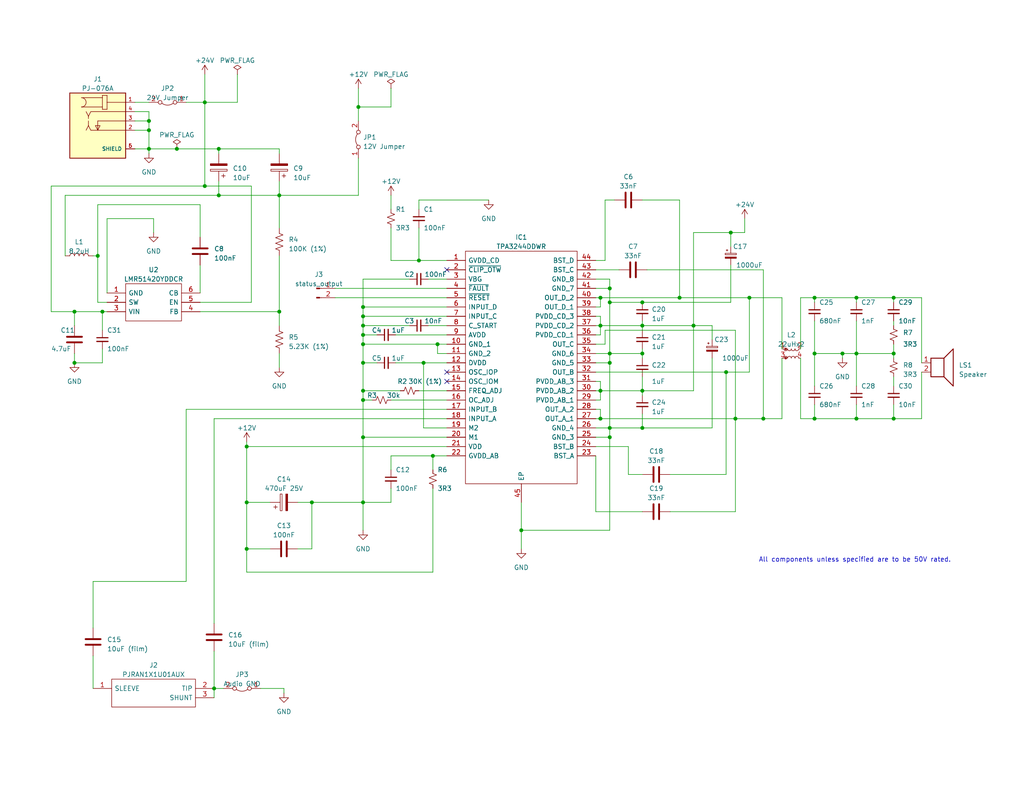
<source format=kicad_sch>
(kicad_sch (version 20230121) (generator eeschema)
  (paper "A")
  (lib_symbols
    (symbol "Connector:Conn_01x02_Pin" (pin_names (offset 1.016) hide)
      (property "Reference" "J" (at 0 2.54 0))
      (property "Value" "Conn_01x02_Pin" (at 0 -5.08 0))
      (symbol "Conn_01x02_Pin_1_1"
        (polyline (pts (xy 1.27 -2.54) (xy 0.8636 -2.54)) (stroke (width 0.1524)))
        (polyline (pts (xy 1.27 0) (xy 0.8636 0)) (stroke (width 0.1524)))
        (rectangle (start 0.8636 -2.413) (end 0 -2.667) (stroke (width 0.1524)) (fill (type outline)))
        (rectangle (start 0.8636 0.127) (end 0 -0.127) (stroke (width 0.1524)) (fill (type outline)))
        (pin passive line (at 5.08 0 180) (length 3.81) (name "Pin_1") (number "1"))
        (pin passive line (at 5.08 -2.54 180) (length 3.81) (name "Pin_2") (number "2"))
      )
    )
    (symbol "Device:C" (pin_numbers hide) (pin_names (offset 0.254))
      (property "Reference" "C" (at 0.635 2.54 0))
      (property "Value" "C" (at 0.635 -2.54 0))
      (symbol "C_0_1"
        (polyline (pts (xy -2.032 -0.762) (xy 2.032 -0.762)) (stroke (width 0.508)))
        (polyline (pts (xy -2.032 0.762) (xy 2.032 0.762)) (stroke (width 0.508)))
      )
      (symbol "C_1_1"
        (pin passive line (at 0 3.81 270) (length 2.794) (name "~") (number "1"))
        (pin passive line (at 0 -3.81 90) (length 2.794) (name "~") (number "2"))
      )
    )
    (symbol "Device:C_Polarized" (pin_numbers hide) (pin_names (offset 0.254))
      (property "Reference" "C" (at 0.635 2.54 0))
      (property "Value" "C_Polarized" (at 0.635 -2.54 0))
      (symbol "C_Polarized_0_1"
        (rectangle (start -2.286 0.508) (end 2.286 1.016))
        (polyline (pts (xy -1.778 2.286) (xy -0.762 2.286)))
        (polyline (pts (xy -1.27 2.794) (xy -1.27 1.778)))
        (rectangle (start 2.286 -0.508) (end -2.286 -1.016) (fill (type outline)))
      )
      (symbol "C_Polarized_1_1"
        (pin passive line (at 0 3.81 270) (length 2.794) (name "~") (number "1"))
        (pin passive line (at 0 -3.81 90) (length 2.794) (name "~") (number "2"))
      )
    )
    (symbol "Device:C_Polarized_Small" (pin_numbers hide) (pin_names (offset 0.254) hide)
      (property "Reference" "C" (at 0.254 1.778 0))
      (property "Value" "C_Polarized_Small" (at 0.254 -2.032 0))
      (symbol "C_Polarized_Small_0_1"
        (rectangle (start -1.524 -0.3048) (end 1.524 -0.6858) (fill (type outline)))
        (rectangle (start -1.524 0.6858) (end 1.524 0.3048))
        (polyline (pts (xy -1.27 1.524) (xy -0.762 1.524)))
        (polyline (pts (xy -1.016 1.27) (xy -1.016 1.778)))
      )
      (symbol "C_Polarized_Small_1_1"
        (pin passive line (at 0 2.54 270) (length 1.8542) (name "~") (number "1"))
        (pin passive line (at 0 -2.54 90) (length 1.8542) (name "~") (number "2"))
      )
    )
    (symbol "Device:C_Small" (pin_numbers hide) (pin_names (offset 0.254) hide)
      (property "Reference" "C" (at 0.254 1.778 0))
      (property "Value" "C_Small" (at 0.254 -2.032 0))
      (symbol "C_Small_0_1"
        (polyline (pts (xy -1.524 -0.508) (xy 1.524 -0.508)) (stroke (width 0.3302)))
        (polyline (pts (xy -1.524 0.508) (xy 1.524 0.508)) (stroke (width 0.3048)))
      )
      (symbol "C_Small_1_1"
        (pin passive line (at 0 2.54 270) (length 2.032) (name "~") (number "1"))
        (pin passive line (at 0 -2.54 90) (length 2.032) (name "~") (number "2"))
      )
    )
    (symbol "Device:L" (pin_numbers hide) (pin_names (offset 1.016) hide)
      (property "Reference" "L" (at -1.27 0 90))
      (property "Value" "L" (at 1.905 0 90))
      (symbol "L_0_1"
        (arc (start 0 -2.54) (mid 0.6323 -1.905) (end 0 -1.27))
        (arc (start 0 -1.27) (mid 0.6323 -0.635) (end 0 0))
        (arc (start 0 0) (mid 0.6323 0.635) (end 0 1.27))
        (arc (start 0 1.27) (mid 0.6323 1.905) (end 0 2.54))
      )
      (symbol "L_1_1"
        (pin passive line (at 0 3.81 270) (length 1.27) (name "1") (number "1"))
        (pin passive line (at 0 -3.81 90) (length 1.27) (name "2") (number "2"))
      )
    )
    (symbol "Device:L_Coupled_Small" (pin_names (offset 0.254) hide)
      (property "Reference" "L" (at 0 3.175 0))
      (property "Value" "L_Coupled_Small" (at 0 -3.175 0))
      (symbol "L_Coupled_Small_0_1"
        (arc (start -2.032 1.27) (mid -1.524 0.7642) (end -1.016 1.27))
        (circle (center -1.524 -1.27) (radius 0.254) (fill (type outline)))
        (circle (center -1.524 1.27) (radius 0.254) (fill (type outline)))
        (arc (start -1.016 -1.27) (mid -1.524 -0.7642) (end -2.032 -1.27))
        (arc (start -1.016 1.27) (mid -0.508 0.7642) (end 0 1.27))
        (arc (start 0 -1.27) (mid -0.508 -0.7642) (end -1.016 -1.27))
        (arc (start 0 1.27) (mid 0.508 0.7642) (end 1.016 1.27))
        (arc (start 1.016 -1.27) (mid 0.508 -0.7642) (end 0 -1.27))
        (arc (start 1.016 1.27) (mid 1.524 0.7642) (end 2.032 1.27))
        (arc (start 2.032 -1.27) (mid 1.524 -0.7642) (end 1.016 -1.27))
      )
      (symbol "L_Coupled_Small_1_1"
        (pin passive line (at -2.54 1.27 0) (length 0.508) (name "1") (number "1"))
        (pin passive line (at 2.54 1.27 180) (length 0.508) (name "2") (number "2"))
        (pin passive line (at -2.54 -1.27 0) (length 0.508) (name "3") (number "3"))
        (pin passive line (at 2.54 -1.27 180) (length 0.508) (name "4") (number "4"))
      )
    )
    (symbol "Device:R_Small_US" (pin_numbers hide) (pin_names (offset 0.254) hide)
      (property "Reference" "R" (at 0.762 0.508 0))
      (property "Value" "R_Small_US" (at 0.762 -1.016 0))
      (symbol "R_Small_US_1_1"
        (polyline (pts (xy 0 0) (xy 1.016 -0.381) (xy 0 -0.762) (xy -1.016 -1.143) (xy 0 -1.524)))
        (polyline (pts (xy 0 1.524) (xy 1.016 1.143) (xy 0 0.762) (xy -1.016 0.381) (xy 0 0)))
        (pin passive line (at 0 2.54 270) (length 1.016) (name "~") (number "1"))
        (pin passive line (at 0 -2.54 90) (length 1.016) (name "~") (number "2"))
      )
    )
    (symbol "Device:R_US" (pin_numbers hide) (pin_names (offset 0))
      (property "Reference" "R" (at 2.54 0 90))
      (property "Value" "R_US" (at -2.54 0 90))
      (symbol "R_US_0_1"
        (polyline (pts (xy 0 -2.286) (xy 0 -2.54)))
        (polyline (pts (xy 0 2.286) (xy 0 2.54)))
        (polyline (pts (xy 0 -0.762) (xy 1.016 -1.143) (xy 0 -1.524) (xy -1.016 -1.905) (xy 0 -2.286)))
        (polyline (pts (xy 0 0.762) (xy 1.016 0.381) (xy 0 0) (xy -1.016 -0.381) (xy 0 -0.762)))
        (polyline (pts (xy 0 2.286) (xy 1.016 1.905) (xy 0 1.524) (xy -1.016 1.143) (xy 0 0.762)))
      )
      (symbol "R_US_1_1"
        (pin passive line (at 0 3.81 270) (length 1.27) (name "~") (number "1"))
        (pin passive line (at 0 -3.81 90) (length 1.27) (name "~") (number "2"))
      )
    )
    (symbol "Device:Speaker" (pin_names (offset 0) hide)
      (property "Reference" "LS" (at 1.27 5.715 0))
      (property "Value" "Speaker" (at 1.27 3.81 0))
      (symbol "Speaker_0_0"
        (rectangle (start -2.54 1.27) (end 1.016 -3.81) (stroke (width 0.254)))
        (polyline (pts (xy 1.016 1.27) (xy 3.556 3.81) (xy 3.556 -6.35) (xy 1.016 -3.81)) (stroke (width 0.254)))
      )
      (symbol "Speaker_1_1"
        (pin input line (at -5.08 0 0) (length 2.54) (name "1") (number "1"))
        (pin input line (at -5.08 -2.54 0) (length 2.54) (name "2") (number "2"))
      )
    )
    (symbol "Jumper:Jumper_2_Bridged" (pin_names (offset 0) hide)
      (property "Reference" "JP" (at 0 1.905 0))
      (property "Value" "Jumper_2_Bridged" (at 0 -2.54 0))
      (symbol "Jumper_2_Bridged_0_0"
        (circle (center -2.032 0) (radius 0.508))
        (circle (center 2.032 0) (radius 0.508))
      )
      (symbol "Jumper_2_Bridged_0_1"
        (arc (start 1.524 0.254) (mid 0 0.762) (end -1.524 0.254))
      )
      (symbol "Jumper_2_Bridged_1_1"
        (pin passive line (at -5.08 0 0) (length 2.54) (name "A") (number "1"))
        (pin passive line (at 5.08 0 180) (length 2.54) (name "B") (number "2"))
      )
    )
    (symbol "LMR51420YDDCR:LMR51420YDDCR" (pin_names (offset 0.762))
      (property "Reference" "IC" (at 21.59 7.62 0))
      (property "Value" "LMR51420YDDCR" (at 21.59 5.08 0))
      (symbol "LMR51420YDDCR_0_0"
        (pin passive line (at 0 0 0) (length 5.08) (name "GND") (number "1"))
        (pin passive line (at 0 -2.54 0) (length 5.08) (name "SW") (number "2"))
        (pin passive line (at 0 -5.08 0) (length 5.08) (name "VIN") (number "3"))
        (pin passive line (at 25.4 -5.08 180) (length 5.08) (name "FB") (number "4"))
        (pin passive line (at 25.4 -2.54 180) (length 5.08) (name "EN") (number "5"))
        (pin passive line (at 25.4 0 180) (length 5.08) (name "CB") (number "6"))
      )
      (symbol "LMR51420YDDCR_0_1"
        (polyline (pts (xy 5.08 2.54) (xy 20.32 2.54) (xy 20.32 -7.62) (xy 5.08 -7.62) (xy 5.08 2.54)) (stroke (width 0.1524)))
      )
    )
    (symbol "PJ-076A:PJ-076A" (pin_names (offset 1.016))
      (property "Reference" "J" (at -7.62 7.62 0))
      (property "Value" "PJ-076A" (at -7.62 -12.7254 0))
      (symbol "PJ-076A_0_0"
        (rectangle (start -7.62 -10.16) (end 7.62 7.62) (stroke (width 0.254)) (fill (type background)))
        (arc (start -4.445 3.81) (mid -3.1805 5.08) (end -4.445 6.35) (stroke (width 0.1524)))
        (polyline (pts (xy -4.445 6.35) (xy 1.27 6.35)) (stroke (width 0.1524)))
        (polyline (pts (xy -3.175 2.54) (xy -2.54 1.27)) (stroke (width 0.1524)))
        (polyline (pts (xy -2.54 -1.27) (xy -3.175 -2.54)) (stroke (width 0.1524)))
        (polyline (pts (xy -2.54 -1.27) (xy -2.54 0)) (stroke (width 0.1524)))
        (polyline (pts (xy -2.54 1.27) (xy -2.54 0.635)) (stroke (width 0.1524)))
        (polyline (pts (xy -2.54 1.27) (xy -1.905 2.54)) (stroke (width 0.1524)))
        (polyline (pts (xy -1.905 -2.54) (xy -2.54 -1.27)) (stroke (width 0.1524)))
        (polyline (pts (xy -1.905 2.54) (xy 7.62 2.54)) (stroke (width 0.1524)))
        (polyline (pts (xy 0 -2.54) (xy -1.905 -2.54)) (stroke (width 0.1524)))
        (polyline (pts (xy 0 -2.54) (xy 7.62 -2.54)) (stroke (width 0.1524)))
        (polyline (pts (xy 0 0) (xy 0 -2.54)) (stroke (width 0.1524)))
        (polyline (pts (xy 0 0) (xy 7.62 0)) (stroke (width 0.1524)))
        (polyline (pts (xy 1.27 3.175) (xy 2.54 3.175)) (stroke (width 0.1524)))
        (polyline (pts (xy 1.27 3.81) (xy -4.445 3.81)) (stroke (width 0.1524)))
        (polyline (pts (xy 1.27 3.81) (xy 1.27 3.175)) (stroke (width 0.1524)))
        (polyline (pts (xy 1.27 6.35) (xy 1.27 3.81)) (stroke (width 0.1524)))
        (polyline (pts (xy 1.27 6.985) (xy 1.27 6.35)) (stroke (width 0.1524)))
        (polyline (pts (xy 2.54 3.175) (xy 2.54 5.08)) (stroke (width 0.1524)))
        (polyline (pts (xy 2.54 5.08) (xy 2.54 6.985)) (stroke (width 0.1524)))
        (polyline (pts (xy 2.54 5.08) (xy 7.62 5.08)) (stroke (width 0.1524)))
        (polyline (pts (xy 2.54 6.985) (xy 1.27 6.985)) (stroke (width 0.1524)))
        (polyline (pts (xy -0.635 -1.27) (xy 0.635 -1.27) (xy 0 -2.54) (xy -0.635 -1.27)) (stroke (width 0.1524)) (fill (type background)))
        (pin passive line (at 10.16 5.08 180) (length 2.54) (name "~") (number "1"))
        (pin passive line (at 10.16 -2.54 180) (length 2.54) (name "~") (number "2"))
        (pin passive line (at 10.16 0 180) (length 2.54) (name "~") (number "3"))
        (pin passive line (at 10.16 2.54 180) (length 2.54) (name "~") (number "4"))
        (pin passive line (at 10.16 -7.62 180) (length 2.54) (name "SHIELD") (number "5"))
        (pin passive line (at 10.16 -7.62 180) (length 2.54) (name "SHIELD") (number "6"))
      )
    )
    (symbol "PJRAN1X1U01AUX:PJRAN1X1U01AUX" (pin_names (offset 0.762))
      (property "Reference" "J" (at 29.21 7.62 0))
      (property "Value" "PJRAN1X1U01AUX" (at 29.21 5.08 0))
      (symbol "PJRAN1X1U01AUX_0_0"
        (pin passive line (at 0 0 0) (length 5.08) (name "SLEEVE") (number "1"))
        (pin passive line (at 33.02 0 180) (length 5.08) (name "TIP") (number "2"))
        (pin passive line (at 33.02 -2.54 180) (length 5.08) (name "SHUNT") (number "3"))
      )
      (symbol "PJRAN1X1U01AUX_0_1"
        (polyline (pts (xy 5.08 2.54) (xy 27.94 2.54) (xy 27.94 -5.08) (xy 5.08 -5.08) (xy 5.08 2.54)) (stroke (width 0.1524)))
      )
    )
    (symbol "TPA3244DDWR:TPA3244DDWR" (pin_names (offset 0.762))
      (property "Reference" "IC" (at 36.83 7.62 0))
      (property "Value" "TPA3244DDWR" (at 36.83 5.08 0))
      (symbol "TPA3244DDWR_0_0"
        (pin power_in line (at 0 0 0) (length 5.08) (name "GVDD_CD") (number "1"))
        (pin passive line (at 0 -22.86 0) (length 5.08) (name "GND_1") (number "10"))
        (pin passive line (at 0 -25.4 0) (length 5.08) (name "GND_2") (number "11"))
        (pin passive line (at 0 -27.94 0) (length 5.08) (name "DVDD") (number "12"))
        (pin passive line (at 0 -30.48 0) (length 5.08) (name "OSC_IOP") (number "13"))
        (pin passive line (at 0 -33.02 0) (length 5.08) (name "OSC_IOM") (number "14"))
        (pin passive line (at 0 -35.56 0) (length 5.08) (name "FREQ_ADJ") (number "15"))
        (pin passive line (at 0 -38.1 0) (length 5.08) (name "OC_ADJ") (number "16"))
        (pin passive line (at 0 -40.64 0) (length 5.08) (name "INPUT_B") (number "17"))
        (pin passive line (at 0 -43.18 0) (length 5.08) (name "INPUT_A") (number "18"))
        (pin passive line (at 0 -45.72 0) (length 5.08) (name "M2") (number "19"))
        (pin passive line (at 0 -2.54 0) (length 5.08) (name "~{CLIP_OTW}") (number "2"))
        (pin passive line (at 0 -48.26 0) (length 5.08) (name "M1") (number "20"))
        (pin passive line (at 0 -50.8 0) (length 5.08) (name "VDD") (number "21"))
        (pin passive line (at 0 -53.34 0) (length 5.08) (name "GVDD_AB") (number "22"))
        (pin passive line (at 40.64 -53.34 180) (length 5.08) (name "BST_A") (number "23"))
        (pin passive line (at 40.64 -50.8 180) (length 5.08) (name "BST_B") (number "24"))
        (pin passive line (at 40.64 -48.26 180) (length 5.08) (name "GND_3") (number "25"))
        (pin passive line (at 40.64 -45.72 180) (length 5.08) (name "GND_4") (number "26"))
        (pin passive line (at 40.64 -43.18 180) (length 5.08) (name "OUT_A_1") (number "27"))
        (pin passive line (at 40.64 -40.64 180) (length 5.08) (name "OUT_A_2") (number "28"))
        (pin passive line (at 40.64 -38.1 180) (length 5.08) (name "PVDD_AB_1") (number "29"))
        (pin passive line (at 0 -5.08 0) (length 5.08) (name "VBG") (number "3"))
        (pin passive line (at 40.64 -35.56 180) (length 5.08) (name "PVDD_AB_2") (number "30"))
        (pin passive line (at 40.64 -33.02 180) (length 5.08) (name "PVDD_AB_3") (number "31"))
        (pin passive line (at 40.64 -30.48 180) (length 5.08) (name "OUT_B") (number "32"))
        (pin passive line (at 40.64 -27.94 180) (length 5.08) (name "GND_5") (number "33"))
        (pin passive line (at 40.64 -25.4 180) (length 5.08) (name "GND_6") (number "34"))
        (pin passive line (at 40.64 -22.86 180) (length 5.08) (name "OUT_C") (number "35"))
        (pin passive line (at 40.64 -20.32 180) (length 5.08) (name "PVDD_CD_1") (number "36"))
        (pin passive line (at 40.64 -17.78 180) (length 5.08) (name "PVDD_CD_2") (number "37"))
        (pin passive line (at 40.64 -15.24 180) (length 5.08) (name "PVDD_CD_3") (number "38"))
        (pin passive line (at 40.64 -12.7 180) (length 5.08) (name "OUT_D_1") (number "39"))
        (pin passive line (at 0 -7.62 0) (length 5.08) (name "~{FAULT}") (number "4"))
        (pin power_in line (at 40.64 -10.16 180) (length 5.08) (name "OUT_D_2") (number "40"))
        (pin passive line (at 40.64 -7.62 180) (length 5.08) (name "GND_7") (number "41"))
        (pin passive line (at 40.64 -5.08 180) (length 5.08) (name "GND_8") (number "42"))
        (pin passive line (at 40.64 -2.54 180) (length 5.08) (name "BST_C") (number "43"))
        (pin passive line (at 40.64 0 180) (length 5.08) (name "BST_D") (number "44"))
        (pin passive line (at 20.32 -66.04 90) (length 5.08) (name "EP") (number "45"))
        (pin passive line (at 0 -10.16 0) (length 5.08) (name "~{RESET}") (number "5"))
        (pin passive line (at 0 -12.7 0) (length 5.08) (name "INPUT_D") (number "6"))
        (pin passive line (at 0 -15.24 0) (length 5.08) (name "INPUT_C") (number "7"))
        (pin passive line (at 0 -17.78 0) (length 5.08) (name "C_START") (number "8"))
        (pin passive line (at 0 -20.32 0) (length 5.08) (name "AVDD") (number "9"))
      )
      (symbol "TPA3244DDWR_0_1"
        (polyline (pts (xy 5.08 2.54) (xy 35.56 2.54) (xy 35.56 -60.96) (xy 5.08 -60.96) (xy 5.08 2.54)) (stroke (width 0.1524)))
      )
    )
    (symbol "power:+12V" (power) (pin_names (offset 0))
      (property "Value" "+12V" (at 0 3.556 0))
      (symbol "+12V_0_1"
        (polyline (pts (xy -0.762 1.27) (xy 0 2.54)))
        (polyline (pts (xy 0 0) (xy 0 2.54)))
        (polyline (pts (xy 0 2.54) (xy 0.762 1.27)))
      )
      (symbol "+12V_1_1"
        (pin power_in line (at 0 0 90) (length 0) hide (name "+12V") (number "1"))
      )
    )
    (symbol "power:+24V" (power) (pin_names (offset 0))
      (property "Value" "+24V" (at 0 3.556 0))
      (symbol "+24V_0_1"
        (polyline (pts (xy -0.762 1.27) (xy 0 2.54)))
        (polyline (pts (xy 0 0) (xy 0 2.54)))
        (polyline (pts (xy 0 2.54) (xy 0.762 1.27)))
      )
      (symbol "+24V_1_1"
        (pin power_in line (at 0 0 90) (length 0) hide (name "+24V") (number "1"))
      )
    )
    (symbol "power:GND" (power) (pin_names (offset 0))
      (property "Value" "GND" (at 0 -3.81 0))
      (symbol "GND_0_1"
        (polyline (pts (xy 0 0) (xy 0 -1.27) (xy 1.27 -1.27) (xy 0 -2.54) (xy -1.27 -1.27) (xy 0 -1.27)))
      )
      (symbol "GND_1_1"
        (pin power_in line (at 0 0 270) (length 0) hide (name "GND") (number "1"))
      )
    )
    (symbol "power:PWR_FLAG" (power) (pin_numbers hide) (pin_names (offset 0) hide)
      (property "Value" "PWR_FLAG" (at 0 3.81 0))
      (symbol "PWR_FLAG_0_0"
        (pin power_out line (at 0 0 90) (length 0) (name "pwr") (number "1"))
      )
      (symbol "PWR_FLAG_0_1"
        (polyline (pts (xy 0 0) (xy 0 1.27) (xy -1.016 1.905) (xy 0 2.54) (xy 1.016 1.905) (xy 0 1.27)))
      )
    )
  )
  (junction (at 59.69 53.34))
  (junction (at 222.25 114.3))
  (junction (at 243.84 81.28))
  (junction (at 166.37 78.74))
  (junction (at 163.83 106.68))
  (junction (at 97.79 29.21))
  (junction (at 40.64 35.56))
  (junction (at 166.37 119.38))
  (junction (at 99.06 86.36))
  (junction (at 67.31 137.16))
  (junction (at 163.83 81.28))
  (junction (at 175.26 82.55))
  (junction (at 166.37 96.52))
  (junction (at 99.06 91.44))
  (junction (at 118.11 124.46))
  (junction (at 20.32 99.06))
  (junction (at 27.94 85.09))
  (junction (at 99.06 88.9))
  (junction (at 67.31 149.86))
  (junction (at 222.25 96.52))
  (junction (at 48.26 40.64))
  (junction (at 243.84 114.3))
  (junction (at 40.64 33.02))
  (junction (at 229.87 96.52))
  (junction (at 243.84 96.52))
  (junction (at 166.37 82.55))
  (junction (at 55.88 27.94))
  (junction (at 208.28 114.3))
  (junction (at 233.68 114.3))
  (junction (at 99.06 106.68))
  (junction (at 189.23 88.9))
  (junction (at 166.37 99.06))
  (junction (at 59.69 40.64))
  (junction (at 222.25 81.28))
  (junction (at 55.88 50.8))
  (junction (at 200.66 114.3))
  (junction (at 198.12 101.6))
  (junction (at 67.31 121.92))
  (junction (at 99.06 109.22))
  (junction (at 76.2 53.34))
  (junction (at 204.47 81.28))
  (junction (at 119.38 93.98))
  (junction (at 163.83 88.9))
  (junction (at 85.09 137.16))
  (junction (at 115.57 99.06))
  (junction (at 175.26 88.9))
  (junction (at 99.06 93.98))
  (junction (at 76.2 85.09))
  (junction (at 175.26 116.84))
  (junction (at 20.32 85.09))
  (junction (at 233.68 96.52))
  (junction (at 199.39 63.5))
  (junction (at 185.42 81.28))
  (junction (at 99.06 83.82))
  (junction (at 114.3 71.12))
  (junction (at 142.24 144.78))
  (junction (at 99.06 137.16))
  (junction (at 40.64 40.64))
  (junction (at 99.06 119.38))
  (junction (at 233.68 81.28))
  (junction (at 58.42 187.96))
  (junction (at 26.67 69.85))
  (junction (at 99.06 99.06))
  (junction (at 175.26 96.52))
  (junction (at 166.37 116.84))
  (junction (at 175.26 106.68))
  (junction (at 163.83 114.3))
  (no_connect (at 121.92 101.6))
  (no_connect (at 121.92 73.66))
  (no_connect (at 121.92 104.14))
  (wire (pts (xy 251.46 81.28) (xy 243.84 81.28)))
  (wire (pts (xy 175.26 87.63) (xy 175.26 88.9)))
  (wire (pts (xy 229.87 96.52) (xy 233.68 96.52)))
  (wire (pts (xy 194.31 88.9) (xy 194.31 92.71)))
  (wire (pts (xy 106.68 62.23) (xy 106.68 71.12)))
  (wire (pts (xy 162.56 101.6) (xy 198.12 101.6)))
  (wire (pts (xy 85.09 149.86) (xy 85.09 137.16)))
  (wire (pts (xy 165.1 90.17) (xy 200.66 90.17)))
  (wire (pts (xy 233.68 96.52) (xy 233.68 105.41)))
  (wire (pts (xy 36.83 40.64) (xy 40.64 40.64)))
  (wire (pts (xy 40.64 40.64) (xy 48.26 40.64)))
  (wire (pts (xy 163.83 88.9) (xy 175.26 88.9)))
  (wire (pts (xy 166.37 119.38) (xy 166.37 144.78)))
  (wire (pts (xy 233.68 96.52) (xy 243.84 96.52)))
  (wire (pts (xy 229.87 97.79) (xy 229.87 96.52)))
  (wire (pts (xy 243.84 81.28) (xy 243.84 82.55)))
  (wire (pts (xy 97.79 43.18) (xy 97.79 53.34)))
  (wire (pts (xy 20.32 96.52) (xy 20.32 99.06)))
  (wire (pts (xy 114.3 71.12) (xy 121.92 71.12)))
  (wire (pts (xy 166.37 82.55) (xy 175.26 82.55)))
  (wire (pts (xy 77.47 189.23) (xy 77.47 187.96)))
  (wire (pts (xy 119.38 93.98) (xy 99.06 93.98)))
  (wire (pts (xy 50.8 158.75) (xy 25.4 158.75)))
  (wire (pts (xy 171.45 121.92) (xy 162.56 121.92)))
  (wire (pts (xy 185.42 54.61) (xy 185.42 81.28)))
  (wire (pts (xy 233.68 87.63) (xy 233.68 96.52)))
  (wire (pts (xy 85.09 137.16) (xy 99.06 137.16)))
  (wire (pts (xy 162.56 104.14) (xy 163.83 104.14)))
  (wire (pts (xy 77.47 187.96) (xy 71.12 187.96)))
  (wire (pts (xy 166.37 82.55) (xy 166.37 96.52)))
  (wire (pts (xy 76.2 49.53) (xy 76.2 53.34)))
  (wire (pts (xy 99.06 86.36) (xy 121.92 86.36)))
  (wire (pts (xy 175.26 96.52) (xy 175.26 97.79)))
  (wire (pts (xy 171.45 129.54) (xy 175.26 129.54)))
  (wire (pts (xy 76.2 53.34) (xy 97.79 53.34)))
  (wire (pts (xy 76.2 85.09) (xy 76.2 88.9)))
  (wire (pts (xy 189.23 88.9) (xy 175.26 88.9)))
  (wire (pts (xy 55.88 27.94) (xy 55.88 50.8)))
  (wire (pts (xy 165.1 93.98) (xy 162.56 93.98)))
  (wire (pts (xy 106.68 29.21) (xy 97.79 29.21)))
  (wire (pts (xy 251.46 99.06) (xy 251.46 81.28)))
  (wire (pts (xy 76.2 69.85) (xy 76.2 85.09)))
  (wire (pts (xy 121.92 124.46) (xy 118.11 124.46)))
  (wire (pts (xy 20.32 85.09) (xy 20.32 88.9)))
  (wire (pts (xy 99.06 109.22) (xy 99.06 119.38)))
  (wire (pts (xy 17.78 53.34) (xy 59.69 53.34)))
  (wire (pts (xy 199.39 63.5) (xy 199.39 67.31)))
  (wire (pts (xy 99.06 99.06) (xy 102.87 99.06)))
  (wire (pts (xy 200.66 139.7) (xy 200.66 114.3)))
  (wire (pts (xy 163.83 88.9) (xy 163.83 91.44)))
  (wire (pts (xy 243.84 102.87) (xy 243.84 105.41)))
  (wire (pts (xy 204.47 101.6) (xy 204.47 81.28)))
  (wire (pts (xy 36.83 35.56) (xy 40.64 35.56)))
  (wire (pts (xy 50.8 27.94) (xy 55.88 27.94)))
  (wire (pts (xy 99.06 93.98) (xy 99.06 99.06)))
  (wire (pts (xy 208.28 73.66) (xy 208.28 114.3)))
  (wire (pts (xy 116.84 88.9) (xy 121.92 88.9)))
  (wire (pts (xy 166.37 96.52) (xy 175.26 96.52)))
  (wire (pts (xy 162.56 81.28) (xy 163.83 81.28)))
  (wire (pts (xy 115.57 116.84) (xy 115.57 99.06)))
  (wire (pts (xy 163.83 86.36) (xy 163.83 88.9)))
  (wire (pts (xy 55.88 50.8) (xy 13.97 50.8)))
  (wire (pts (xy 17.78 69.85) (xy 17.78 53.34)))
  (wire (pts (xy 59.69 40.64) (xy 76.2 40.64)))
  (wire (pts (xy 118.11 133.35) (xy 118.11 156.21)))
  (wire (pts (xy 162.56 86.36) (xy 163.83 86.36)))
  (wire (pts (xy 99.06 144.78) (xy 99.06 137.16)))
  (wire (pts (xy 36.83 27.94) (xy 40.64 27.94)))
  (wire (pts (xy 175.26 116.84) (xy 166.37 116.84)))
  (wire (pts (xy 163.83 111.76) (xy 163.83 114.3)))
  (wire (pts (xy 185.42 54.61) (xy 175.26 54.61)))
  (wire (pts (xy 106.68 24.13) (xy 106.68 29.21)))
  (wire (pts (xy 67.31 121.92) (xy 121.92 121.92)))
  (wire (pts (xy 54.61 55.88) (xy 26.67 55.88)))
  (wire (pts (xy 218.44 114.3) (xy 222.25 114.3)))
  (wire (pts (xy 194.31 116.84) (xy 175.26 116.84)))
  (wire (pts (xy 58.42 114.3) (xy 58.42 170.18)))
  (wire (pts (xy 91.44 78.74) (xy 121.92 78.74)))
  (wire (pts (xy 27.94 85.09) (xy 27.94 90.17)))
  (wire (pts (xy 99.06 91.44) (xy 99.06 93.98)))
  (wire (pts (xy 59.69 49.53) (xy 59.69 53.34)))
  (wire (pts (xy 26.67 82.55) (xy 29.21 82.55)))
  (wire (pts (xy 218.44 95.25) (xy 218.44 81.28)))
  (wire (pts (xy 76.2 40.64) (xy 76.2 41.91)))
  (wire (pts (xy 114.3 54.61) (xy 133.35 54.61)))
  (wire (pts (xy 36.83 30.48) (xy 40.64 30.48)))
  (wire (pts (xy 50.8 111.76) (xy 121.92 111.76)))
  (wire (pts (xy 243.84 96.52) (xy 243.84 97.79)))
  (wire (pts (xy 106.68 109.22) (xy 121.92 109.22)))
  (wire (pts (xy 114.3 62.23) (xy 114.3 71.12)))
  (wire (pts (xy 85.09 137.16) (xy 81.28 137.16)))
  (wire (pts (xy 68.58 50.8) (xy 68.58 82.55)))
  (wire (pts (xy 200.66 114.3) (xy 208.28 114.3)))
  (wire (pts (xy 20.32 85.09) (xy 27.94 85.09)))
  (wire (pts (xy 76.2 53.34) (xy 76.2 62.23)))
  (wire (pts (xy 99.06 88.9) (xy 111.76 88.9)))
  (wire (pts (xy 118.11 156.21) (xy 67.31 156.21)))
  (wire (pts (xy 67.31 137.16) (xy 73.66 137.16)))
  (wire (pts (xy 41.91 59.69) (xy 41.91 63.5)))
  (wire (pts (xy 175.26 106.68) (xy 175.26 107.95)))
  (wire (pts (xy 27.94 85.09) (xy 29.21 85.09)))
  (wire (pts (xy 106.68 133.35) (xy 106.68 137.16)))
  (wire (pts (xy 162.56 111.76) (xy 163.83 111.76)))
  (wire (pts (xy 166.37 119.38) (xy 166.37 116.84)))
  (wire (pts (xy 163.83 106.68) (xy 175.26 106.68)))
  (wire (pts (xy 166.37 78.74) (xy 162.56 78.74)))
  (wire (pts (xy 165.1 71.12) (xy 162.56 71.12)))
  (wire (pts (xy 40.64 40.64) (xy 40.64 41.91)))
  (wire (pts (xy 40.64 30.48) (xy 40.64 33.02)))
  (wire (pts (xy 162.56 99.06) (xy 166.37 99.06)))
  (wire (pts (xy 36.83 33.02) (xy 40.64 33.02)))
  (wire (pts (xy 182.88 139.7) (xy 200.66 139.7)))
  (wire (pts (xy 222.25 81.28) (xy 233.68 81.28)))
  (wire (pts (xy 119.38 96.52) (xy 119.38 93.98)))
  (wire (pts (xy 58.42 187.96) (xy 60.96 187.96)))
  (wire (pts (xy 54.61 72.39) (xy 54.61 80.01)))
  (wire (pts (xy 121.92 96.52) (xy 119.38 96.52)))
  (wire (pts (xy 118.11 124.46) (xy 118.11 128.27)))
  (wire (pts (xy 26.67 82.55) (xy 26.67 69.85)))
  (wire (pts (xy 106.68 53.34) (xy 106.68 57.15)))
  (wire (pts (xy 218.44 114.3) (xy 218.44 97.79)))
  (wire (pts (xy 171.45 129.54) (xy 171.45 121.92)))
  (wire (pts (xy 189.23 88.9) (xy 194.31 88.9)))
  (wire (pts (xy 166.37 96.52) (xy 166.37 99.06)))
  (wire (pts (xy 162.56 83.82) (xy 163.83 83.82)))
  (wire (pts (xy 163.83 104.14) (xy 163.83 106.68)))
  (wire (pts (xy 67.31 137.16) (xy 67.31 149.86)))
  (wire (pts (xy 213.36 114.3) (xy 213.36 97.79)))
  (wire (pts (xy 121.92 116.84) (xy 115.57 116.84)))
  (wire (pts (xy 194.31 97.79) (xy 194.31 116.84)))
  (wire (pts (xy 99.06 83.82) (xy 99.06 86.36)))
  (wire (pts (xy 55.88 50.8) (xy 68.58 50.8)))
  (wire (pts (xy 67.31 149.86) (xy 73.66 149.86)))
  (wire (pts (xy 54.61 55.88) (xy 54.61 64.77)))
  (wire (pts (xy 64.77 20.32) (xy 64.77 27.94)))
  (wire (pts (xy 175.26 95.25) (xy 175.26 96.52)))
  (wire (pts (xy 198.12 129.54) (xy 198.12 101.6)))
  (wire (pts (xy 50.8 111.76) (xy 50.8 158.75)))
  (wire (pts (xy 162.56 116.84) (xy 166.37 116.84)))
  (wire (pts (xy 162.56 91.44) (xy 163.83 91.44)))
  (wire (pts (xy 121.92 93.98) (xy 119.38 93.98)))
  (wire (pts (xy 99.06 88.9) (xy 99.06 91.44)))
  (wire (pts (xy 162.56 73.66) (xy 168.91 73.66)))
  (wire (pts (xy 107.95 99.06) (xy 115.57 99.06)))
  (wire (pts (xy 97.79 29.21) (xy 97.79 33.02)))
  (wire (pts (xy 40.64 33.02) (xy 40.64 35.56)))
  (wire (pts (xy 99.06 119.38) (xy 121.92 119.38)))
  (wire (pts (xy 204.47 81.28) (xy 185.42 81.28)))
  (wire (pts (xy 182.88 129.54) (xy 198.12 129.54)))
  (wire (pts (xy 162.56 114.3) (xy 163.83 114.3)))
  (wire (pts (xy 58.42 177.8) (xy 58.42 187.96)))
  (wire (pts (xy 200.66 90.17) (xy 200.66 114.3)))
  (wire (pts (xy 99.06 91.44) (xy 102.87 91.44)))
  (wire (pts (xy 25.4 187.96) (xy 25.4 179.07)))
  (wire (pts (xy 48.26 40.64) (xy 59.69 40.64)))
  (wire (pts (xy 162.56 106.68) (xy 163.83 106.68)))
  (wire (pts (xy 99.06 86.36) (xy 99.06 88.9)))
  (wire (pts (xy 222.25 110.49) (xy 222.25 114.3)))
  (wire (pts (xy 189.23 88.9) (xy 189.23 106.68)))
  (wire (pts (xy 166.37 144.78) (xy 142.24 144.78)))
  (wire (pts (xy 54.61 85.09) (xy 76.2 85.09)))
  (wire (pts (xy 189.23 63.5) (xy 189.23 88.9)))
  (wire (pts (xy 203.2 63.5) (xy 199.39 63.5)))
  (wire (pts (xy 243.84 87.63) (xy 243.84 88.9)))
  (wire (pts (xy 175.26 113.03) (xy 175.26 116.84)))
  (wire (pts (xy 59.69 40.64) (xy 59.69 41.91)))
  (wire (pts (xy 176.53 73.66) (xy 208.28 73.66)))
  (wire (pts (xy 222.25 96.52) (xy 222.25 105.41)))
  (wire (pts (xy 163.83 106.68) (xy 163.83 109.22)))
  (wire (pts (xy 68.58 82.55) (xy 54.61 82.55)))
  (wire (pts (xy 163.83 114.3) (xy 200.66 114.3)))
  (wire (pts (xy 233.68 110.49) (xy 233.68 114.3)))
  (wire (pts (xy 233.68 81.28) (xy 243.84 81.28)))
  (wire (pts (xy 166.37 76.2) (xy 162.56 76.2)))
  (wire (pts (xy 64.77 27.94) (xy 55.88 27.94)))
  (wire (pts (xy 58.42 187.96) (xy 58.42 190.5)))
  (wire (pts (xy 162.56 109.22) (xy 163.83 109.22)))
  (wire (pts (xy 99.06 76.2) (xy 99.06 83.82)))
  (wire (pts (xy 29.21 59.69) (xy 41.91 59.69)))
  (wire (pts (xy 67.31 121.92) (xy 67.31 137.16)))
  (wire (pts (xy 55.88 20.32) (xy 55.88 27.94)))
  (wire (pts (xy 97.79 24.13) (xy 97.79 29.21)))
  (wire (pts (xy 199.39 72.39) (xy 199.39 82.55)))
  (wire (pts (xy 165.1 54.61) (xy 167.64 54.61)))
  (wire (pts (xy 222.25 96.52) (xy 229.87 96.52)))
  (wire (pts (xy 162.56 96.52) (xy 166.37 96.52)))
  (wire (pts (xy 204.47 81.28) (xy 213.36 81.28)))
  (wire (pts (xy 106.68 71.12) (xy 114.3 71.12)))
  (wire (pts (xy 76.2 96.52) (xy 76.2 100.33)))
  (wire (pts (xy 13.97 50.8) (xy 13.97 85.09)))
  (wire (pts (xy 175.26 88.9) (xy 175.26 90.17)))
  (wire (pts (xy 114.3 106.68) (xy 121.92 106.68)))
  (wire (pts (xy 81.28 149.86) (xy 85.09 149.86)))
  (wire (pts (xy 99.06 109.22) (xy 101.6 109.22)))
  (wire (pts (xy 199.39 63.5) (xy 189.23 63.5)))
  (wire (pts (xy 185.42 81.28) (xy 163.83 81.28)))
  (wire (pts (xy 58.42 114.3) (xy 121.92 114.3)))
  (wire (pts (xy 218.44 81.28) (xy 222.25 81.28)))
  (wire (pts (xy 198.12 101.6) (xy 204.47 101.6)))
  (wire (pts (xy 25.4 158.75) (xy 25.4 171.45)))
  (wire (pts (xy 99.06 137.16) (xy 99.06 119.38)))
  (wire (pts (xy 162.56 124.46) (xy 162.56 139.7)))
  (wire (pts (xy 162.56 88.9) (xy 163.83 88.9)))
  (wire (pts (xy 251.46 114.3) (xy 243.84 114.3)))
  (wire (pts (xy 99.06 83.82) (xy 121.92 83.82)))
  (wire (pts (xy 99.06 106.68) (xy 99.06 109.22)))
  (wire (pts (xy 67.31 120.65) (xy 67.31 121.92)))
  (wire (pts (xy 29.21 80.01) (xy 29.21 59.69)))
  (wire (pts (xy 243.84 93.98) (xy 243.84 96.52)))
  (wire (pts (xy 25.4 69.85) (xy 26.67 69.85)))
  (wire (pts (xy 107.95 91.44) (xy 121.92 91.44)))
  (wire (pts (xy 67.31 156.21) (xy 67.31 149.86)))
  (wire (pts (xy 114.3 57.15) (xy 114.3 54.61)))
  (wire (pts (xy 233.68 114.3) (xy 222.25 114.3)))
  (wire (pts (xy 163.83 83.82) (xy 163.83 81.28)))
  (wire (pts (xy 243.84 110.49) (xy 243.84 114.3)))
  (wire (pts (xy 118.11 124.46) (xy 106.68 124.46)))
  (wire (pts (xy 13.97 85.09) (xy 20.32 85.09)))
  (wire (pts (xy 162.56 119.38) (xy 166.37 119.38)))
  (wire (pts (xy 166.37 78.74) (xy 166.37 82.55)))
  (wire (pts (xy 106.68 124.46) (xy 106.68 128.27)))
  (wire (pts (xy 99.06 76.2) (xy 111.76 76.2)))
  (wire (pts (xy 166.37 78.74) (xy 166.37 76.2)))
  (wire (pts (xy 213.36 95.25) (xy 213.36 81.28)))
  (wire (pts (xy 116.84 76.2) (xy 121.92 76.2)))
  (wire (pts (xy 142.24 144.78) (xy 142.24 149.86)))
  (wire (pts (xy 251.46 101.6) (xy 251.46 114.3)))
  (wire (pts (xy 27.94 95.25) (xy 27.94 99.06)))
  (wire (pts (xy 166.37 116.84) (xy 166.37 99.06)))
  (wire (pts (xy 162.56 139.7) (xy 175.26 139.7)))
  (wire (pts (xy 91.44 81.28) (xy 121.92 81.28)))
  (wire (pts (xy 99.06 99.06) (xy 99.06 106.68)))
  (wire (pts (xy 165.1 93.98) (xy 165.1 90.17)))
  (wire (pts (xy 59.69 53.34) (xy 76.2 53.34)))
  (wire (pts (xy 142.24 137.16) (xy 142.24 144.78)))
  (wire (pts (xy 27.94 99.06) (xy 20.32 99.06)))
  (wire (pts (xy 199.39 82.55) (xy 175.26 82.55)))
  (wire (pts (xy 40.64 35.56) (xy 40.64 40.64)))
  (wire (pts (xy 208.28 114.3) (xy 213.36 114.3)))
  (wire (pts (xy 115.57 99.06) (xy 121.92 99.06)))
  (wire (pts (xy 243.84 114.3) (xy 233.68 114.3)))
  (wire (pts (xy 233.68 81.28) (xy 233.68 82.55)))
  (wire (pts (xy 26.67 55.88) (xy 26.67 69.85)))
  (wire (pts (xy 175.26 102.87) (xy 175.26 106.68)))
  (wire (pts (xy 106.68 137.16) (xy 99.06 137.16)))
  (wire (pts (xy 222.25 81.28) (xy 222.25 82.55)))
  (wire (pts (xy 222.25 96.52) (xy 222.25 87.63)))
  (wire (pts (xy 175.26 106.68) (xy 189.23 106.68)))
  (wire (pts (xy 99.06 106.68) (xy 109.22 106.68)))
  (wire (pts (xy 165.1 54.61) (xy 165.1 71.12)))
  (wire (pts (xy 203.2 63.5) (xy 203.2 59.69)))
  (text "All components unless specified are to be 50V rated." (at 207.01 153.67 0) (effects (font (size 1.27 1.27)) (justify left bottom)))
  (symbol (lib_id "Device:C") (at 25.4 175.26 180) (unit 1)
    (property "Reference" "C15" (at 29.21 174.625 0) (effects (justify right)))
    (property "Value" "10uF (film)" (at 29.21 177.165 0) (effects (justify right)))
    (property "Footprint" "Library:MKS2B051001N00KSSD" (effects hide))
  )
  (symbol (lib_id "power:PWR_FLAG") (at 64.77 20.32 0) (unit 1)
    (property "Reference" "#FLG02" (effects hide))
    (property "Value" "PWR_FLAG" (at 64.77 16.51 0))
  )
  (symbol (lib_id "Device:R_Small_US") (at 118.11 130.81 0) (unit 1)
    (property "Reference" "R6" (at 119.38 128.27 0) (effects (justify left)))
    (property "Value" "3R3" (at 119.38 133.35 0) (effects (justify left)))
    (property "Footprint" "Resistor_SMD:R_0805_2012Metric_Pad1.20x1.40mm_HandSolder" (effects hide))
  )
  (symbol (lib_id "power:+24V") (at 55.88 20.32 0) (unit 1)
    (property "Reference" "#PWR02" (effects hide))
    (property "Value" "+24V" (at 55.88 16.51 0))
  )
  (symbol (lib_id "Device:C") (at 54.61 68.58 180) (unit 1)
    (property "Reference" "C8" (at 58.42 67.945 0) (effects (justify right)))
    (property "Value" "100nF" (at 58.42 70.485 0) (effects (justify right)))
    (property "Footprint" "Capacitor_SMD:C_1206_3216Metric_Pad1.33x1.80mm_HandSolder" (effects hide))
  )
  (symbol (lib_id "Device:C_Small") (at 105.41 91.44 90) (unit 1)
    (property "Reference" "C4" (at 104.14 90.17 90) (effects (justify left)))
    (property "Value" "1uF" (at 110.49 90.17 90) (effects (justify left)))
    (property "Footprint" "Capacitor_SMD:C_0805_2012Metric_Pad1.18x1.45mm_HandSolder" (effects hide))
  )
  (symbol (lib_id "Device:C") (at 58.42 173.99 180) (unit 1)
    (property "Reference" "C16" (at 62.23 173.355 0) (effects (justify right)))
    (property "Value" "10uF (film)" (at 62.23 175.895 0) (effects (justify right)))
    (property "Footprint" "Library:MKS2B051001N00KSSD" (effects hide))
  )
  (symbol (lib_id "Device:Speaker") (at 256.54 99.06 0) (unit 1)
    (property "Reference" "LS1" (at 261.62 99.695 0) (effects (justify left)))
    (property "Value" "Speaker" (at 261.62 102.235 0) (effects (justify left)))
    (property "Footprint" "Library:SpeakerOutWire" (effects hide))
  )
  (symbol (lib_id "Device:C") (at 171.45 54.61 90) (unit 1)
    (property "Reference" "C6" (at 171.45 48.26 90))
    (property "Value" "33nF" (at 171.45 50.8 90))
    (property "Footprint" "Capacitor_SMD:C_0805_2012Metric_Pad1.18x1.45mm_HandSolder" (effects hide))
  )
  (symbol (lib_id "Jumper:Jumper_2_Bridged") (at 97.79 38.1 90) (unit 1)
    (property "Reference" "JP1" (at 99.06 37.465 90) (effects (justify right)))
    (property "Value" "12V Jumper" (at 99.06 40.005 90) (effects (justify right)))
    (property "Footprint" "TestPoint:TestPoint_2Pads_Pitch2.54mm_Drill0.8mm" (effects hide))
  )
  (symbol (lib_id "Device:C") (at 20.32 92.71 180) (unit 1)
    (property "Reference" "C11" (at 16.51 90.17 0) (effects (justify right)))
    (property "Value" "4.7uF" (at 13.97 95.25 0) (effects (justify right)))
    (property "Footprint" "Capacitor_SMD:C_1206_3216Metric_Pad1.33x1.80mm_HandSolder" (effects hide))
  )
  (symbol (lib_id "Device:C_Small") (at 114.3 59.69 0) (unit 1)
    (property "Reference" "C1" (at 115.57 57.15 0) (effects (justify left)))
    (property "Value" "100nF" (at 115.57 62.23 0) (effects (justify left)))
    (property "Footprint" "Capacitor_SMD:C_1206_3216Metric_Pad1.33x1.80mm_HandSolder" (effects hide))
  )
  (symbol (lib_id "power:PWR_FLAG") (at 48.26 40.64 0) (unit 1)
    (property "Reference" "#FLG03" (effects hide))
    (property "Value" "PWR_FLAG" (at 48.26 36.83 0))
  )
  (symbol (lib_id "TPA3244DDWR:TPA3244DDWR") (at 121.92 71.12 0) (unit 1)
    (property "Reference" "IC1" (at 142.24 64.77 0))
    (property "Value" "TPA3244DDWR" (at 142.24 67.31 0))
    (property "Footprint" "Library:SOP64P810X120-45M" (effects hide))
    (property "Datasheet" "http://TI.com/tpa3244" (effects hide))
    (property "Description" "60W Stereo / 110W Peak PurePath Ultra-HD Analog-In, Pad-Down Class-D Amplifier" (effects hide))
    (property "Height" "1.2" (effects hide))
    (property "Mouser Part Number" "595-TPA3244DDWR" (effects hide))
    (property "Mouser Price/Stock" "https://www.mouser.co.uk/ProductDetail/Texas-Instruments/TPA3244DDWR?qs=KuuZdrM3jLy0z3QDP7YLRA%3D%3D" (effects hide))
    (property "Manufacturer_Name" "Texas Instruments" (effects hide))
    (property "Manufacturer_Part_Number" "TPA3244DDWR" (effects hide))
  )
  (symbol (lib_id "Device:R_Small_US") (at 111.76 106.68 90) (unit 1)
    (property "Reference" "R2" (at 111.125 104.14 90) (effects (justify left)))
    (property "Value" "30K (1%)" (at 120.65 104.14 90) (effects (justify left)))
    (property "Footprint" "Resistor_SMD:R_1206_3216Metric_Pad1.30x1.75mm_HandSolder" (effects hide))
  )
  (symbol (lib_id "power:GND") (at 40.64 41.91 0) (unit 1)
    (property "Reference" "#PWR01" (effects hide))
    (property "Value" "GND" (at 40.64 46.99 0))
  )
  (symbol (lib_id "PJ-076A:PJ-076A") (at 26.67 33.02 0) (unit 1)
    (property "Reference" "J1" (at 26.67 21.59 0))
    (property "Value" "PJ-076A" (at 26.67 24.13 0))
    (property "Footprint" "Library:CUI_PJ-076A" (effects hide))
    (property "STANDARD" "Manufacturer recommendations" (effects hide))
    (property "PARTREV" "1.01" (effects hide))
    (property "MANUFACTURER" "CUI INC" (effects hide))
  )
  (symbol (lib_id "power:PWR_FLAG") (at 106.68 24.13 0) (unit 1)
    (property "Reference" "#FLG01" (effects hide))
    (property "Value" "PWR_FLAG" (at 106.68 20.32 0))
  )
  (symbol (lib_id "Device:C") (at 172.72 73.66 90) (unit 1)
    (property "Reference" "C7" (at 172.72 67.31 90))
    (property "Value" "33nF" (at 172.72 69.85 90))
    (property "Footprint" "Capacitor_SMD:C_0805_2012Metric_Pad1.18x1.45mm_HandSolder" (effects hide))
  )
  (symbol (lib_id "LMR51420YDDCR:LMR51420YDDCR") (at 29.21 80.01 0) (unit 1)
    (property "Reference" "U2" (at 41.91 73.66 0))
    (property "Value" "LMR51420YDDCR" (at 41.91 76.2 0))
    (property "Footprint" "Library:SOT95P280X110-6N" (effects hide))
    (property "Datasheet" "https://www.ti.com/lit/ds/symlink/lmr51420.pdf" (effects hide))
    (property "Description" "Switching Voltage Regulators SIMPLE SWITCHER power converter 4.5-V to 36-V, 2-A, synchronous buck with 40-uA IQ" (effects hide))
    (property "Height" "1.1" (effects hide))
    (property "Mouser Part Number" "595-LMR51420YDDCR" (effects hide))
    (property "Mouser Price/Stock" "https://www.mouser.co.uk/ProductDetail/Texas-Instruments/LMR51420YDDCR?qs=vvQtp7zwQdPo%252BWMWPH58%2FA%3D%3D" (effects hide))
    (property "Manufacturer_Name" "Texas Instruments" (effects hide))
    (property "Manufacturer_Part_Number" "LMR51420YDDCR" (effects hide))
  )
  (symbol (lib_id "Device:C_Small") (at 243.84 107.95 0) (unit 1)
    (property "Reference" "C30" (at 245.11 105.41 0) (effects (justify left)))
    (property "Value" "10nF" (at 245.11 110.49 0) (effects (justify left)))
    (property "Footprint" "Library:MKP2F021001B00" (effects hide))
  )
  (symbol (lib_id "power:+12V") (at 67.31 120.65 0) (unit 1)
    (property "Reference" "#PWR08" (effects hide))
    (property "Value" "+12V" (at 67.31 116.84 0))
  )
  (symbol (lib_id "Device:C_Small") (at 105.41 99.06 90) (unit 1)
    (property "Reference" "C5" (at 104.14 97.79 90) (effects (justify left)))
    (property "Value" "1uF" (at 110.49 97.79 90) (effects (justify left)))
    (property "Footprint" "Capacitor_SMD:C_0805_2012Metric_Pad1.18x1.45mm_HandSolder" (effects hide))
  )
  (symbol (lib_id "power:GND") (at 229.87 97.79 0) (unit 1)
    (property "Reference" "#PWR013" (effects hide))
    (property "Value" "GND" (at 229.87 102.87 0))
  )
  (symbol (lib_id "Device:C_Small") (at 222.25 85.09 0) (unit 1)
    (property "Reference" "C25" (at 223.52 82.55 0) (effects (justify left)))
    (property "Value" "680nF" (at 223.52 87.63 0) (effects (justify left)))
    (property "Footprint" "Library:MKS2B036801C00" (effects hide))
  )
  (symbol (lib_id "power:GND") (at 77.47 189.23 0) (unit 1)
    (property "Reference" "#PWR010" (effects hide))
    (property "Value" "GND" (at 77.47 194.31 0))
  )
  (symbol (lib_id "Device:C_Small") (at 114.3 88.9 90) (unit 1)
    (property "Reference" "C3" (at 113.03 87.63 90) (effects (justify left)))
    (property "Value" "10nF" (at 120.65 87.63 90) (effects (justify left)))
    (property "Footprint" "Capacitor_SMD:C_0805_2012Metric_Pad1.18x1.45mm_HandSolder" (effects hide))
  )
  (symbol (lib_id "Device:C_Small") (at 243.84 85.09 0) (unit 1)
    (property "Reference" "C29" (at 245.11 82.55 0) (effects (justify left)))
    (property "Value" "10nF" (at 245.11 87.63 0) (effects (justify left)))
    (property "Footprint" "Library:MKP2F021001B00" (effects hide))
  )
  (symbol (lib_id "Device:C_Polarized_Small") (at 199.39 69.85 0) (unit 1)
    (property "Reference" "C17" (at 201.93 67.31 0))
    (property "Value" "1000uF" (at 204.47 72.39 0))
    (property "Footprint" "Capacitor_THT:CP_Radial_D16.0mm_P7.50mm" (effects hide))
  )
  (symbol (lib_id "Device:C_Small") (at 175.26 110.49 0) (unit 1)
    (property "Reference" "C24" (at 177.8 109.8613 0) (effects (justify left)))
    (property "Value" "1uF" (at 177.8 112.4013 0) (effects (justify left)))
    (property "Footprint" "Capacitor_SMD:C_0805_2012Metric_Pad1.18x1.45mm_HandSolder" (effects hide))
  )
  (symbol (lib_id "Device:C_Small") (at 106.68 130.81 0) (unit 1)
    (property "Reference" "C12" (at 107.95 128.27 0) (effects (justify left)))
    (property "Value" "100nF" (at 107.95 133.35 0) (effects (justify left)))
    (property "Footprint" "Capacitor_SMD:C_1206_3216Metric_Pad1.33x1.80mm_HandSolder" (effects hide))
  )
  (symbol (lib_id "Device:R_Small_US") (at 243.84 100.33 0) (unit 1)
    (property "Reference" "R8" (at 246.38 99.695 0) (effects (justify left)))
    (property "Value" "3R3" (at 246.38 102.235 0) (effects (justify left)))
    (property "Footprint" "Resistor_SMD:R_0805_2012Metric_Pad1.20x1.40mm_HandSolder" (effects hide))
  )
  (symbol (lib_id "Device:C") (at 179.07 139.7 90) (unit 1)
    (property "Reference" "C19" (at 179.07 133.35 90))
    (property "Value" "33nF" (at 179.07 135.89 90))
    (property "Footprint" "Capacitor_SMD:C_0805_2012Metric_Pad1.18x1.45mm_HandSolder" (effects hide))
  )
  (symbol (lib_id "Jumper:Jumper_2_Bridged") (at 66.04 187.96 180) (unit 1)
    (property "Reference" "JP3" (at 66.04 184.15 0))
    (property "Value" "Audio GND" (at 66.04 186.69 0))
    (property "Footprint" "TestPoint:TestPoint_2Pads_Pitch2.54mm_Drill0.8mm" (effects hide))
  )
  (symbol (lib_id "Connector:Conn_01x02_Pin") (at 86.36 78.74 0) (unit 1)
    (property "Reference" "J3" (at 86.995 74.93 0))
    (property "Value" "status_output" (at 86.995 77.47 0))
    (property "Footprint" "Connector:JWT_A3963_1x02_P3.96mm_Vertical" (effects hide))
  )
  (symbol (lib_id "PJRAN1X1U01AUX:PJRAN1X1U01AUX") (at 25.4 187.96 0) (unit 1)
    (property "Reference" "J2" (at 41.91 181.61 0))
    (property "Value" "PJRAN1X1U01AUX" (at 41.91 184.15 0))
    (property "Footprint" "Library:PJRAN1X1U01AUX" (effects hide))
    (property "Datasheet" "https://www.switchcraft.com/assets/1/24/pjran1x1u__x_series_cd.pdf?4664" (effects hide))
    (property "Description" "1 position RCA PCB mount RCA jack, no mounting holes, unshielded, black" (effects hide))
    (property "Height" "13" (effects hide))
    (property "Mouser Part Number" "502-PJRAN1X1U01AUX" (effects hide))
    (property "Mouser Price/Stock" "https://www.mouser.co.uk/ProductDetail/Switchcraft/PJRAN1X1U01AUX?qs=mcPJWgAPNreYXlGua1XJWQ%3D%3D" (effects hide))
    (property "Manufacturer_Name" "Switchcraft" (effects hide))
    (property "Manufacturer_Part_Number" "PJRAN1X1U01AUX" (effects hide))
  )
  (symbol (lib_id "Device:R_US") (at 76.2 92.71 180) (unit 1)
    (property "Reference" "R5" (at 78.74 92.075 0) (effects (justify right)))
    (property "Value" "5.23K (1%)" (at 78.74 94.615 0) (effects (justify right)))
    (property "Footprint" "Resistor_SMD:R_1206_3216Metric_Pad1.30x1.75mm_HandSolder" (effects hide))
  )
  (symbol (lib_id "Device:C_Small") (at 114.3 76.2 90) (unit 1)
    (property "Reference" "C2" (at 113.03 74.93 90) (effects (justify left)))
    (property "Value" "100nF" (at 121.92 74.93 90) (effects (justify left)))
    (property "Footprint" "Capacitor_SMD:C_1206_3216Metric_Pad1.33x1.80mm_HandSolder" (effects hide))
  )
  (symbol (lib_id "Jumper:Jumper_2_Bridged") (at 45.72 27.94 180) (unit 1)
    (property "Reference" "JP2" (at 45.72 24.13 0))
    (property "Value" "24V Jumper" (at 45.72 26.67 0))
    (property "Footprint" "TestPoint:TestPoint_2Pads_Pitch2.54mm_Drill0.8mm" (effects hide))
  )
  (symbol (lib_id "Device:C_Small") (at 233.68 107.95 0) (unit 1)
    (property "Reference" "C28" (at 234.95 105.41 0) (effects (justify left)))
    (property "Value" "1nF" (at 234.95 110.49 0) (effects (justify left)))
    (property "Footprint" "Library:FKP0C011000B00" (effects hide))
  )
  (symbol (lib_id "Device:C_Small") (at 175.26 100.33 0) (unit 1)
    (property "Reference" "C22" (at 177.8 99.7013 0) (effects (justify left)))
    (property "Value" "1uF" (at 177.8 104.14 0) (effects (justify left)))
    (property "Footprint" "Capacitor_SMD:C_0805_2012Metric_Pad1.18x1.45mm_HandSolder" (effects hide))
  )
  (symbol (lib_id "power:GND") (at 41.91 63.5 0) (unit 1)
    (property "Reference" "#PWR06" (effects hide))
    (property "Value" "GND" (at 41.91 68.58 0))
  )
  (symbol (lib_id "Device:C") (at 77.47 149.86 270) (unit 1)
    (property "Reference" "C13" (at 77.47 143.51 90))
    (property "Value" "100nF" (at 77.47 146.05 90))
    (property "Footprint" "Capacitor_SMD:C_1206_3216Metric_Pad1.33x1.80mm_HandSolder" (effects hide))
  )
  (symbol (lib_id "Device:C_Small") (at 175.26 85.09 0) (unit 1)
    (property "Reference" "C20" (at 177.8 84.4613 0) (effects (justify left)))
    (property "Value" "1uF" (at 177.8 87.0013 0) (effects (justify left)))
    (property "Footprint" "Capacitor_SMD:C_0805_2012Metric_Pad1.18x1.45mm_HandSolder" (effects hide))
  )
  (symbol (lib_id "Device:R_Small_US") (at 106.68 59.69 0) (unit 1)
    (property "Reference" "R1" (at 107.95 57.15 0) (effects (justify left)))
    (property "Value" "3R3" (at 107.95 62.23 0) (effects (justify left)))
    (property "Footprint" "Resistor_SMD:R_0805_2012Metric_Pad1.20x1.40mm_HandSolder" (effects hide))
  )
  (symbol (lib_id "power:GND") (at 133.35 54.61 0) (unit 1)
    (property "Reference" "#PWR014" (effects hide))
    (property "Value" "GND" (at 133.35 59.69 0))
  )
  (symbol (lib_id "Device:C") (at 179.07 129.54 90) (unit 1)
    (property "Reference" "C18" (at 179.07 123.19 90))
    (property "Value" "33nF" (at 179.07 125.73 90))
    (property "Footprint" "Capacitor_SMD:C_0805_2012Metric_Pad1.18x1.45mm_HandSolder" (effects hide))
  )
  (symbol (lib_id "power:+24V") (at 203.2 59.69 0) (unit 1)
    (property "Reference" "#PWR012" (effects hide))
    (property "Value" "+24V" (at 203.2 55.88 0))
  )
  (symbol (lib_id "power:GND") (at 76.2 100.33 0) (unit 1)
    (property "Reference" "#PWR05" (effects hide))
    (property "Value" "GND" (at 76.2 105.41 0))
  )
  (symbol (lib_id "Device:L") (at 21.59 69.85 90) (unit 1)
    (property "Reference" "L1" (at 21.59 66.04 90))
    (property "Value" "8.2uH" (at 21.59 68.58 90))
    (property "Footprint" "Library:L_Radial_D7.0mm_P3.0mm" (effects hide))
  )
  (symbol (lib_id "Device:C_Polarized") (at 77.47 137.16 90) (unit 1)
    (property "Reference" "C14" (at 77.47 130.81 90))
    (property "Value" "470uF 25V" (at 77.47 133.35 90))
    (property "Footprint" "Capacitor_THT:CP_Radial_D8.0mm_P3.50mm" (effects hide))
  )
  (symbol (lib_id "Device:C_Small") (at 175.26 92.71 0) (unit 1)
    (property "Reference" "C21" (at 177.8 92.0813 0) (effects (justify left)))
    (property "Value" "1uF" (at 177.8 94.6213 0) (effects (justify left)))
    (property "Footprint" "Capacitor_SMD:C_0805_2012Metric_Pad1.18x1.45mm_HandSolder" (effects hide))
  )
  (symbol (lib_id "Device:R_Small_US") (at 104.14 109.22 90) (unit 1)
    (property "Reference" "R3" (at 102.87 107.95 90) (effects (justify left)))
    (property "Value" "30k" (at 109.22 107.95 90) (effects (justify left)))
    (property "Footprint" "Resistor_SMD:R_1206_3216Metric_Pad1.30x1.75mm_HandSolder" (effects hide))
  )
  (symbol (lib_id "Device:R_US") (at 76.2 66.04 180) (unit 1)
    (property "Reference" "R4" (at 78.74 65.405 0) (effects (justify right)))
    (property "Value" "100K (1%)" (at 78.74 67.945 0) (effects (justify right)))
    (property "Footprint" "Resistor_SMD:R_1206_3216Metric_Pad1.30x1.75mm_HandSolder" (effects hide))
  )
  (symbol (lib_id "power:GND") (at 99.06 144.78 0) (unit 1)
    (property "Reference" "#PWR011" (effects hide))
    (property "Value" "GND" (at 99.06 149.86 0))
  )
  (symbol (lib_id "Device:R_Small_US") (at 243.84 91.44 0) (unit 1)
    (property "Reference" "R7" (at 246.38 90.805 0) (effects (justify left)))
    (property "Value" "3R3" (at 246.38 93.98 0) (effects (justify left)))
    (property "Footprint" "Resistor_SMD:R_0805_2012Metric_Pad1.20x1.40mm_HandSolder" (effects hide))
  )
  (symbol (lib_id "power:+12V") (at 106.68 53.34 0) (unit 1)
    (property "Reference" "#PWR09" (effects hide))
    (property "Value" "+12V" (at 106.68 49.53 0))
  )
  (symbol (lib_id "Device:C_Polarized") (at 59.69 45.72 180) (unit 1)
    (property "Reference" "C10" (at 63.5 45.974 0) (effects (justify right)))
    (property "Value" "10uF" (at 63.5 48.514 0) (effects (justify right)))
    (property "Footprint" "Capacitor_THT:CP_Radial_D5.0mm_P2.00mm" (effects hide))
  )
  (symbol (lib_id "Device:C_Small") (at 27.94 92.71 0) (unit 1)
    (property "Reference" "C31" (at 29.21 90.17 0) (effects (justify left)))
    (property "Value" "100nF" (at 29.21 95.25 0) (effects (justify left)))
    (property "Footprint" "Capacitor_SMD:C_1206_3216Metric_Pad1.33x1.80mm_HandSolder" (effects hide))
  )
  (symbol (lib_id "power:+12V") (at 97.79 24.13 0) (unit 1)
    (property "Reference" "#PWR04" (effects hide))
    (property "Value" "+12V" (at 97.79 20.32 0))
  )
  (symbol (lib_id "Device:C_Small") (at 222.25 107.95 0) (unit 1)
    (property "Reference" "C26" (at 223.52 105.41 0) (effects (justify left)))
    (property "Value" "680nF" (at 223.52 110.49 0) (effects (justify left)))
    (property "Footprint" "Library:MKS2B036801C00" (effects hide))
  )
  (symbol (lib_id "power:GND") (at 20.32 99.06 0) (unit 1)
    (property "Reference" "#PWR07" (effects hide))
    (property "Value" "GND" (at 20.32 104.14 0))
  )
  (symbol (lib_id "Device:L_Coupled_Small") (at 215.9 96.52 0) (unit 1)
    (property "Reference" "L2" (at 215.9 91.44 0))
    (property "Value" "22uHx2" (at 215.9 93.98 0))
    (property "Footprint" "Library:Dual_Inductor_Wurth_744011480220" (effects hide))
    (property "type" "Wurth Elektronik WE-HIDA THT" (effects hide))
  )
  (symbol (lib_id "Device:C_Polarized") (at 76.2 45.72 180) (unit 1)
    (property "Reference" "C9" (at 80.01 45.974 0) (effects (justify right)))
    (property "Value" "10uF" (at 80.01 48.514 0) (effects (justify right)))
    (property "Footprint" "Capacitor_THT:CP_Radial_D5.0mm_P2.00mm" (effects hide))
  )
  (symbol (lib_id "Device:C_Polarized_Small") (at 194.31 95.25 0) (unit 1)
    (property "Reference" "C23" (at 196.85 92.71 0))
    (property "Value" "1000uF" (at 200.66 97.79 0))
    (property "Footprint" "Capacitor_THT:CP_Radial_D16.0mm_P7.50mm" (effects hide))
  )
  (symbol (lib_id "Device:C_Small") (at 233.68 85.09 0) (unit 1)
    (property "Reference" "C27" (at 234.95 82.55 0) (effects (justify left)))
    (property "Value" "1nF" (at 234.95 87.63 0) (effects (justify left)))
    (property "Footprint" "Library:FKP0C011000B00" (effects hide))
  )
  (symbol (lib_id "power:GND") (at 142.24 149.86 0) (unit 1)
    (property "Reference" "#PWR03" (effects hide))
    (property "Value" "GND" (at 142.24 154.94 0))
  )
)
</source>
